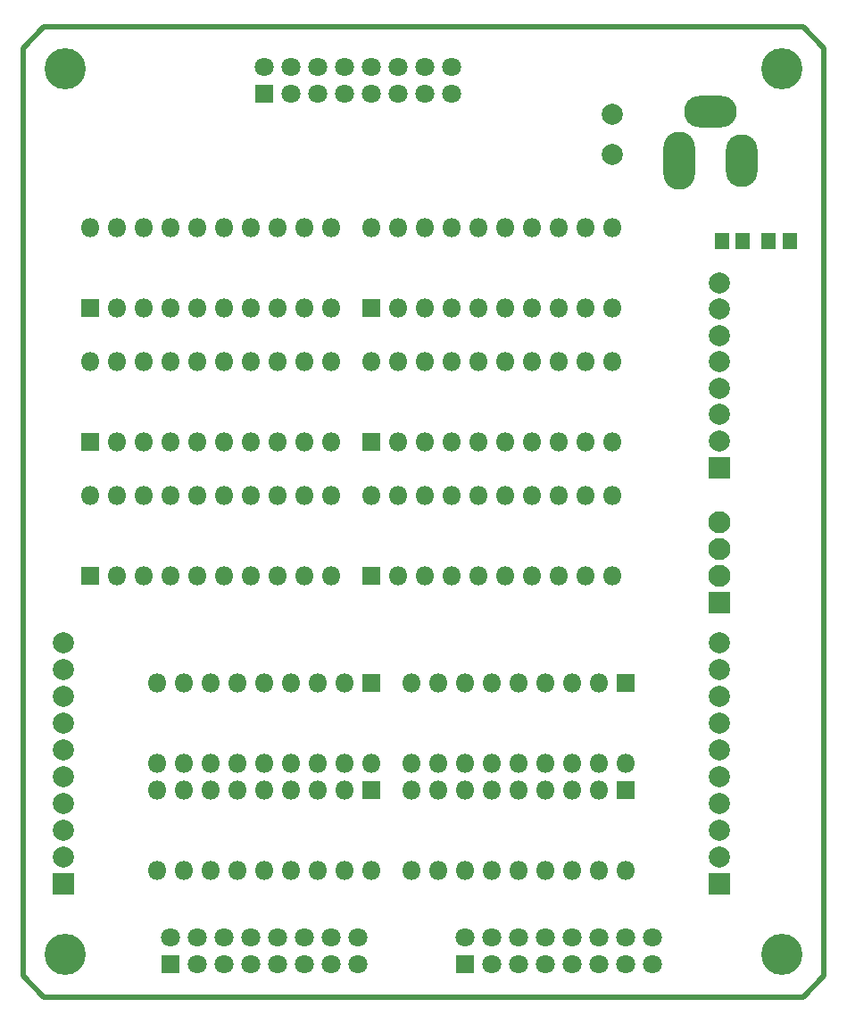
<source format=gbr>
G04 #@! TF.FileFunction,Soldermask,Top*
%FSLAX46Y46*%
G04 Gerber Fmt 4.6, Leading zero omitted, Abs format (unit mm)*
G04 Created by KiCad (PCBNEW 4.0.7) date 05/27/21 16:34:53*
%MOMM*%
%LPD*%
G01*
G04 APERTURE LIST*
%ADD10C,0.100000*%
%ADD11C,0.500000*%
%ADD12C,3.900000*%
%ADD13R,1.800000X1.800000*%
%ADD14C,1.800000*%
%ADD15C,2.000000*%
%ADD16O,3.000000X5.500000*%
%ADD17O,3.000000X5.000000*%
%ADD18O,5.000000X3.000000*%
%ADD19R,2.000000X2.000000*%
%ADD20O,1.800000X1.800000*%
%ADD21R,1.400000X1.650000*%
%ADD22R,2.100000X2.100000*%
%ADD23C,2.100000*%
G04 APERTURE END LIST*
D10*
D11*
X124000000Y-50000000D02*
X52000000Y-50000000D01*
X126000000Y-52000000D02*
X124000000Y-50000000D01*
X126000000Y-140000000D02*
X126000000Y-52000000D01*
X124000000Y-142000000D02*
X126000000Y-140000000D01*
X52000000Y-142000000D02*
X124000000Y-142000000D01*
X50000000Y-140000000D02*
X52000000Y-142000000D01*
X50000000Y-52000000D02*
X50000000Y-140000000D01*
X52000000Y-50000000D02*
X50000000Y-52000000D01*
D12*
X54000000Y-54000000D03*
X122000000Y-54000000D03*
X122000000Y-138000000D03*
X54000000Y-138000000D03*
D13*
X63972000Y-138908000D03*
D14*
X63972000Y-136368000D03*
X66512000Y-138908000D03*
X66512000Y-136368000D03*
X69052000Y-138908000D03*
X69052000Y-136368000D03*
X71592000Y-138908000D03*
X71592000Y-136368000D03*
X74132000Y-138908000D03*
X74132000Y-136368000D03*
X76672000Y-138908000D03*
X76672000Y-136368000D03*
X79212000Y-138908000D03*
X79212000Y-136368000D03*
X81752000Y-138908000D03*
X81752000Y-136368000D03*
D13*
X91912000Y-138908000D03*
D14*
X91912000Y-136368000D03*
X94452000Y-138908000D03*
X94452000Y-136368000D03*
X96992000Y-138908000D03*
X96992000Y-136368000D03*
X99532000Y-138908000D03*
X99532000Y-136368000D03*
X102072000Y-138908000D03*
X102072000Y-136368000D03*
X104612000Y-138908000D03*
X104612000Y-136368000D03*
X107152000Y-138908000D03*
X107152000Y-136368000D03*
X109692000Y-138908000D03*
X109692000Y-136368000D03*
D13*
X72862000Y-56358000D03*
D14*
X72862000Y-53818000D03*
X75402000Y-56358000D03*
X75402000Y-53818000D03*
X77942000Y-56358000D03*
X77942000Y-53818000D03*
X80482000Y-56358000D03*
X80482000Y-53818000D03*
X83022000Y-56358000D03*
X83022000Y-53818000D03*
X85562000Y-56358000D03*
X85562000Y-53818000D03*
X88102000Y-56358000D03*
X88102000Y-53818000D03*
X90642000Y-56358000D03*
X90642000Y-53818000D03*
D15*
X105882000Y-62068000D03*
X105882000Y-58268000D03*
D16*
X112232000Y-62708000D03*
D17*
X118232000Y-62708000D03*
D18*
X115232000Y-58008000D03*
D19*
X116042000Y-91778000D03*
D15*
X116042000Y-89278000D03*
X116042000Y-86778000D03*
X116042000Y-84278000D03*
X116042000Y-81778000D03*
X116042000Y-79278000D03*
X116042000Y-76778000D03*
X116042000Y-74278000D03*
D19*
X116042000Y-131288000D03*
D15*
X116042000Y-128748000D03*
X116042000Y-126208000D03*
X116042000Y-123668000D03*
X116042000Y-121128000D03*
X116042000Y-118588000D03*
X116042000Y-116048000D03*
X116042000Y-113508000D03*
X116042000Y-110968000D03*
X116042000Y-108428000D03*
X53812000Y-121128000D03*
X53812000Y-118588000D03*
X53812000Y-116048000D03*
X53812000Y-113508000D03*
X53812000Y-110968000D03*
X53812000Y-108428000D03*
X53812000Y-123668000D03*
X53812000Y-126208000D03*
X53812000Y-128748000D03*
D19*
X53812000Y-131288000D03*
D13*
X83022000Y-122398000D03*
D20*
X65242000Y-130018000D03*
X80482000Y-122398000D03*
X67782000Y-130018000D03*
X77942000Y-122398000D03*
X70322000Y-130018000D03*
X75402000Y-122398000D03*
X72862000Y-130018000D03*
X72862000Y-122398000D03*
X75402000Y-130018000D03*
X70322000Y-122398000D03*
X77942000Y-130018000D03*
X67782000Y-122398000D03*
X80482000Y-130018000D03*
X65242000Y-122398000D03*
X83022000Y-130018000D03*
X62702000Y-122398000D03*
X62702000Y-130018000D03*
D13*
X83022000Y-112238000D03*
D20*
X65242000Y-119858000D03*
X80482000Y-112238000D03*
X67782000Y-119858000D03*
X77942000Y-112238000D03*
X70322000Y-119858000D03*
X75402000Y-112238000D03*
X72862000Y-119858000D03*
X72862000Y-112238000D03*
X75402000Y-119858000D03*
X70322000Y-112238000D03*
X77942000Y-119858000D03*
X67782000Y-112238000D03*
X80482000Y-119858000D03*
X65242000Y-112238000D03*
X83022000Y-119858000D03*
X62702000Y-112238000D03*
X62702000Y-119858000D03*
D13*
X107152000Y-122398000D03*
D20*
X89372000Y-130018000D03*
X104612000Y-122398000D03*
X91912000Y-130018000D03*
X102072000Y-122398000D03*
X94452000Y-130018000D03*
X99532000Y-122398000D03*
X96992000Y-130018000D03*
X96992000Y-122398000D03*
X99532000Y-130018000D03*
X94452000Y-122398000D03*
X102072000Y-130018000D03*
X91912000Y-122398000D03*
X104612000Y-130018000D03*
X89372000Y-122398000D03*
X107152000Y-130018000D03*
X86832000Y-122398000D03*
X86832000Y-130018000D03*
D13*
X107152000Y-112238000D03*
D20*
X89372000Y-119858000D03*
X104612000Y-112238000D03*
X91912000Y-119858000D03*
X102072000Y-112238000D03*
X94452000Y-119858000D03*
X99532000Y-112238000D03*
X96992000Y-119858000D03*
X96992000Y-112238000D03*
X99532000Y-119858000D03*
X94452000Y-112238000D03*
X102072000Y-119858000D03*
X91912000Y-112238000D03*
X104612000Y-119858000D03*
X89372000Y-112238000D03*
X107152000Y-119858000D03*
X86832000Y-112238000D03*
X86832000Y-119858000D03*
D13*
X56352000Y-102078000D03*
D20*
X74132000Y-94458000D03*
X58892000Y-102078000D03*
X71592000Y-94458000D03*
X61432000Y-102078000D03*
X69052000Y-94458000D03*
X63972000Y-102078000D03*
X66512000Y-94458000D03*
X66512000Y-102078000D03*
X63972000Y-94458000D03*
X69052000Y-102078000D03*
X61432000Y-94458000D03*
X71592000Y-102078000D03*
X58892000Y-94458000D03*
X74132000Y-102078000D03*
X56352000Y-94458000D03*
X76672000Y-102078000D03*
X79212000Y-102078000D03*
X79212000Y-94458000D03*
X76672000Y-94458000D03*
D13*
X56352000Y-89378000D03*
D20*
X74132000Y-81758000D03*
X58892000Y-89378000D03*
X71592000Y-81758000D03*
X61432000Y-89378000D03*
X69052000Y-81758000D03*
X63972000Y-89378000D03*
X66512000Y-81758000D03*
X66512000Y-89378000D03*
X63972000Y-81758000D03*
X69052000Y-89378000D03*
X61432000Y-81758000D03*
X71592000Y-89378000D03*
X58892000Y-81758000D03*
X74132000Y-89378000D03*
X56352000Y-81758000D03*
X76672000Y-89378000D03*
X79212000Y-89378000D03*
X79212000Y-81758000D03*
X76672000Y-81758000D03*
D13*
X83022000Y-102078000D03*
D20*
X100802000Y-94458000D03*
X85562000Y-102078000D03*
X98262000Y-94458000D03*
X88102000Y-102078000D03*
X95722000Y-94458000D03*
X90642000Y-102078000D03*
X93182000Y-94458000D03*
X93182000Y-102078000D03*
X90642000Y-94458000D03*
X95722000Y-102078000D03*
X88102000Y-94458000D03*
X98262000Y-102078000D03*
X85562000Y-94458000D03*
X100802000Y-102078000D03*
X83022000Y-94458000D03*
X103342000Y-102078000D03*
X105882000Y-102078000D03*
X105882000Y-94458000D03*
X103342000Y-94458000D03*
D13*
X83022000Y-89378000D03*
D20*
X100802000Y-81758000D03*
X85562000Y-89378000D03*
X98262000Y-81758000D03*
X88102000Y-89378000D03*
X95722000Y-81758000D03*
X90642000Y-89378000D03*
X93182000Y-81758000D03*
X93182000Y-89378000D03*
X90642000Y-81758000D03*
X95722000Y-89378000D03*
X88102000Y-81758000D03*
X98262000Y-89378000D03*
X85562000Y-81758000D03*
X100802000Y-89378000D03*
X83022000Y-81758000D03*
X103342000Y-89378000D03*
X105882000Y-89378000D03*
X105882000Y-81758000D03*
X103342000Y-81758000D03*
D13*
X56352000Y-76678000D03*
D20*
X74132000Y-69058000D03*
X58892000Y-76678000D03*
X71592000Y-69058000D03*
X61432000Y-76678000D03*
X69052000Y-69058000D03*
X63972000Y-76678000D03*
X66512000Y-69058000D03*
X66512000Y-76678000D03*
X63972000Y-69058000D03*
X69052000Y-76678000D03*
X61432000Y-69058000D03*
X71592000Y-76678000D03*
X58892000Y-69058000D03*
X74132000Y-76678000D03*
X56352000Y-69058000D03*
X76672000Y-76678000D03*
X79212000Y-76678000D03*
X79212000Y-69058000D03*
X76672000Y-69058000D03*
D13*
X83022000Y-76678000D03*
D20*
X100802000Y-69058000D03*
X85562000Y-76678000D03*
X98262000Y-69058000D03*
X88102000Y-76678000D03*
X95722000Y-69058000D03*
X90642000Y-76678000D03*
X93182000Y-69058000D03*
X93182000Y-76678000D03*
X90642000Y-69058000D03*
X95722000Y-76678000D03*
X88102000Y-69058000D03*
X98262000Y-76678000D03*
X85562000Y-69058000D03*
X100802000Y-76678000D03*
X83022000Y-69058000D03*
X103342000Y-76678000D03*
X105882000Y-76678000D03*
X105882000Y-69058000D03*
X103342000Y-69058000D03*
D21*
X116312000Y-70328000D03*
X118312000Y-70328000D03*
X120757000Y-70328000D03*
X122757000Y-70328000D03*
D22*
X116042000Y-104618000D03*
D23*
X116042000Y-102078000D03*
X116042000Y-99538000D03*
X116042000Y-96998000D03*
M02*

</source>
